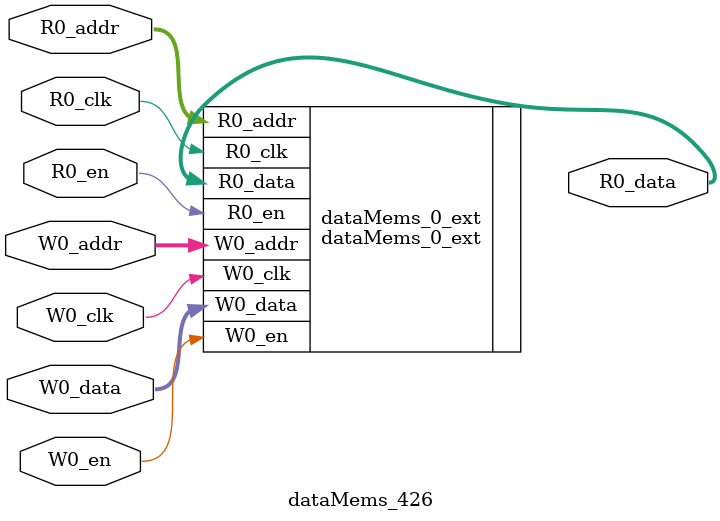
<source format=sv>
`ifndef RANDOMIZE
  `ifdef RANDOMIZE_REG_INIT
    `define RANDOMIZE
  `endif // RANDOMIZE_REG_INIT
`endif // not def RANDOMIZE
`ifndef RANDOMIZE
  `ifdef RANDOMIZE_MEM_INIT
    `define RANDOMIZE
  `endif // RANDOMIZE_MEM_INIT
`endif // not def RANDOMIZE

`ifndef RANDOM
  `define RANDOM $random
`endif // not def RANDOM

// Users can define 'PRINTF_COND' to add an extra gate to prints.
`ifndef PRINTF_COND_
  `ifdef PRINTF_COND
    `define PRINTF_COND_ (`PRINTF_COND)
  `else  // PRINTF_COND
    `define PRINTF_COND_ 1
  `endif // PRINTF_COND
`endif // not def PRINTF_COND_

// Users can define 'ASSERT_VERBOSE_COND' to add an extra gate to assert error printing.
`ifndef ASSERT_VERBOSE_COND_
  `ifdef ASSERT_VERBOSE_COND
    `define ASSERT_VERBOSE_COND_ (`ASSERT_VERBOSE_COND)
  `else  // ASSERT_VERBOSE_COND
    `define ASSERT_VERBOSE_COND_ 1
  `endif // ASSERT_VERBOSE_COND
`endif // not def ASSERT_VERBOSE_COND_

// Users can define 'STOP_COND' to add an extra gate to stop conditions.
`ifndef STOP_COND_
  `ifdef STOP_COND
    `define STOP_COND_ (`STOP_COND)
  `else  // STOP_COND
    `define STOP_COND_ 1
  `endif // STOP_COND
`endif // not def STOP_COND_

// Users can define INIT_RANDOM as general code that gets injected into the
// initializer block for modules with registers.
`ifndef INIT_RANDOM
  `define INIT_RANDOM
`endif // not def INIT_RANDOM

// If using random initialization, you can also define RANDOMIZE_DELAY to
// customize the delay used, otherwise 0.002 is used.
`ifndef RANDOMIZE_DELAY
  `define RANDOMIZE_DELAY 0.002
`endif // not def RANDOMIZE_DELAY

// Define INIT_RANDOM_PROLOG_ for use in our modules below.
`ifndef INIT_RANDOM_PROLOG_
  `ifdef RANDOMIZE
    `ifdef VERILATOR
      `define INIT_RANDOM_PROLOG_ `INIT_RANDOM
    `else  // VERILATOR
      `define INIT_RANDOM_PROLOG_ `INIT_RANDOM #`RANDOMIZE_DELAY begin end
    `endif // VERILATOR
  `else  // RANDOMIZE
    `define INIT_RANDOM_PROLOG_
  `endif // RANDOMIZE
`endif // not def INIT_RANDOM_PROLOG_

// Include register initializers in init blocks unless synthesis is set
`ifndef SYNTHESIS
  `ifndef ENABLE_INITIAL_REG_
    `define ENABLE_INITIAL_REG_
  `endif // not def ENABLE_INITIAL_REG_
`endif // not def SYNTHESIS

// Include rmemory initializers in init blocks unless synthesis is set
`ifndef SYNTHESIS
  `ifndef ENABLE_INITIAL_MEM_
    `define ENABLE_INITIAL_MEM_
  `endif // not def ENABLE_INITIAL_MEM_
`endif // not def SYNTHESIS

module dataMems_426(	// @[generators/ara/src/main/scala/UnsafeAXI4ToTL.scala:365:62]
  input  [4:0]  R0_addr,
  input         R0_en,
  input         R0_clk,
  output [66:0] R0_data,
  input  [4:0]  W0_addr,
  input         W0_en,
  input         W0_clk,
  input  [66:0] W0_data
);

  dataMems_0_ext dataMems_0_ext (	// @[generators/ara/src/main/scala/UnsafeAXI4ToTL.scala:365:62]
    .R0_addr (R0_addr),
    .R0_en   (R0_en),
    .R0_clk  (R0_clk),
    .R0_data (R0_data),
    .W0_addr (W0_addr),
    .W0_en   (W0_en),
    .W0_clk  (W0_clk),
    .W0_data (W0_data)
  );
endmodule


</source>
